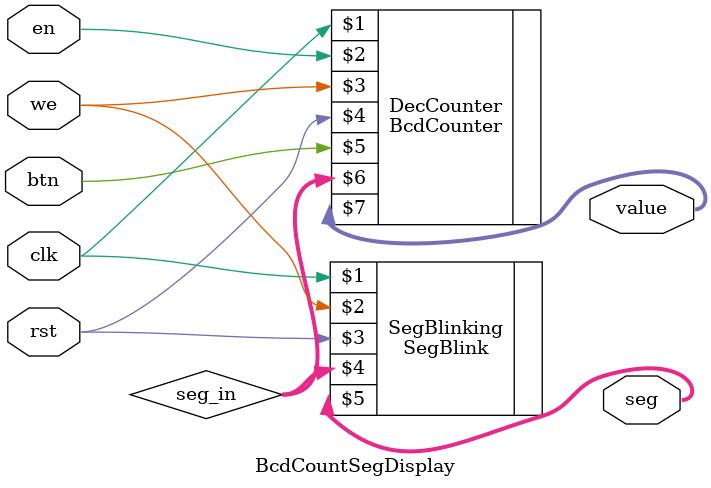
<source format=v>
module BcdCountSegDisplay (
  input  clk,           // Clock
  input  en,            // Enable
  input  rst,           // Asynchronous reset active low
  input  we,            // Digit Write Enable
  input  btn,           // Pull-up Push Button
  output [7:0] seg,     // 7-Segment Display with decimal point
  output [3:0] value    // 1-Digit Delay Value
);

  wire  [7:0] seg_in;


  /*   1-Digit Delay Value Counter   */
  BcdCounter DecCounter (clk, en, we, rst, btn, seg_in, value);
  /*   7-Segment Blinking   */
  SegBlink  SegBlinking (clk, we, rst, seg_in, seg);


endmodule
</source>
